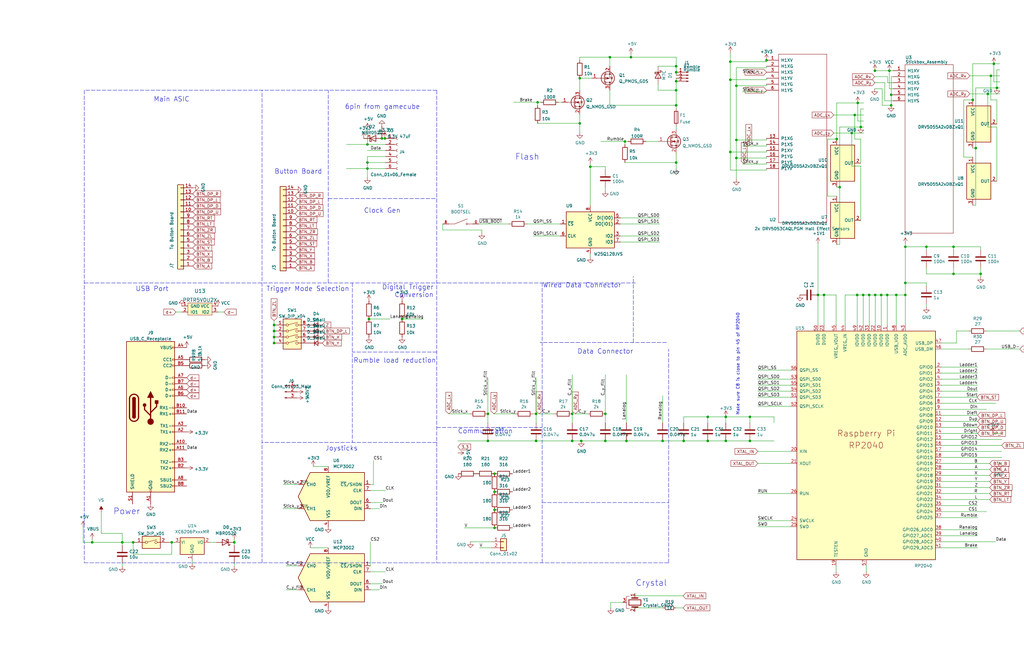
<source format=kicad_sch>
(kicad_sch (version 20211123) (generator eeschema)
  (paper "B")
  (title_block (title "Procon GCC Main PCB") (date "2019-12-18") (rev "0.1") (company "Luberry's Custom Controllers"))
  (junction (at 307.975 64.135))
  (junction (at 98.806 228.854))
  (junction (at 154.94 60.96))
  (junction (at 241.3 186.055))
  (junction (at 368.935 29.845))
  (junction (at 208.534 215.138))
  (junction (at 413.512 115.57))
  (junction (at 375.031 29.845))
  (junction (at 154.94 68.58))
  (junction (at 285.115 38.1))
  (junction (at 226.06 186.055))
  (junction (at 51.562 228.854))
  (junction (at 263.525 59.69))
  (junction (at 410.21 42.164))
  (junction (at 205.74 186.055))
  (junction (at 72.39 228.854))
  (junction (at 285.115 27.94))
  (junction (at 375.793 44.45))
  (junction (at 352.806 58.674))
  (junction (at 56.134 228.854))
  (junction (at 208.534 222.758))
  (junction (at 298.45 175.895))
  (junction (at 169.545 134.62))
  (junction (at 285.115 34.29))
  (junction (at 344.932 124.46))
  (junction (at 226.695 43.18))
  (junction (at 347.472 124.46))
  (junction (at 371.602 124.46))
  (junction (at 38.862 228.854))
  (junction (at 369.062 124.46))
  (junction (at 420.37 37.084))
  (junction (at 264.16 186.055))
  (junction (at 390.652 104.14))
  (junction (at 285.115 68.58))
  (junction (at 279.4 186.055))
  (junction (at 411.48 62.484))
  (junction (at 288.29 186.055))
  (junction (at 298.45 186.055))
  (junction (at 366.522 124.46))
  (junction (at 255.27 174.625))
  (junction (at 154.94 71.12))
  (junction (at 245.11 186.055))
  (junction (at 323.215 25.4))
  (junction (at 361.696 43.434))
  (junction (at 248.92 70.358))
  (junction (at 359.156 56.134))
  (junction (at 316.23 186.055))
  (junction (at 162.306 58.42))
  (junction (at 285.115 44.45))
  (junction (at 115.57 139.7))
  (junction (at 244.475 33.02))
  (junction (at 115.57 137.16))
  (junction (at 381.762 124.46))
  (junction (at 361.442 124.46))
  (junction (at 266.065 24.13))
  (junction (at 226.06 174.625))
  (junction (at 115.57 144.78))
  (junction (at 374.142 124.46))
  (junction (at 306.07 175.895))
  (junction (at 306.07 186.055))
  (junction (at 241.3 174.625))
  (junction (at 377.952 124.46))
  (junction (at 161.036 58.42))
  (junction (at 208.534 207.518))
  (junction (at 257.175 24.13))
  (junction (at 360.426 48.514))
  (junction (at 316.23 175.895))
  (junction (at 255.27 186.055))
  (junction (at 285.115 30.48))
  (junction (at 381.762 104.14))
  (junction (at 402.082 104.14))
  (junction (at 205.74 174.625))
  (junction (at 381.762 119.38))
  (junction (at 402.082 115.57))
  (junction (at 307.975 26.035))
  (junction (at 354.076 78.994))
  (junction (at 155.575 134.62))
  (junction (at 208.534 199.898))
  (junction (at 310.515 66.675))
  (junction (at 419.1 26.924))
  (junction (at 362.966 53.594))
  (junction (at 310.515 59.055))
  (junction (at 375.793 40.005))
  (junction (at 307.975 33.655))
  (junction (at 115.57 142.24))
  (junction (at 363.982 124.46))
  (junction (at 416.56 39.624))
  (junction (at 244.475 52.07))
  (junction (at 417.83 32.004))
  (junction (at 310.515 36.195))
  (wire (pts (xy 376.555 42.545) (xy 373.126 42.545)))
  (wire (pts (xy 356.362 124.46) (xy 361.442 124.46)))
  (wire (pts (xy 373.126 42.545) (xy 373.126 34.925)))
  (wire (pts (xy 420.37 53.594) (xy 416.56 53.594)))
  (wire (pts (xy 244.475 52.07) (xy 244.475 55.88)))
  (wire (pts (xy 214.63 94.488) (xy 201.93 94.488)))
  (wire (pts (xy 161.036 58.42) (xy 162.306 58.42)))
  (wire (pts (xy 354.076 78.994) (xy 354.076 103.124)))
  (wire (pts (xy 333.502 208.28) (xy 319.532 208.28)))
  (wire (pts (xy 257.556 254.254) (xy 257.556 256.54)))
  (wire (pts (xy 359.156 70.104) (xy 359.156 56.134)))
  (wire (pts (xy 397.002 226.06) (xy 412.242 226.06)))
  (wire (pts (xy 375.031 29.845) (xy 376.555 29.845)))
  (wire (pts (xy 362.966 53.594) (xy 364.236 53.594)))
  (wire (pts (xy 365.252 238.76) (xy 365.252 241.3)))
  (wire (pts (xy 156.21 248.92) (xy 160.02 248.92)))
  (wire (pts (xy 406.4 42.164) (xy 410.21 42.164)))
  (wire (pts (xy 403.352 139.7) (xy 403.352 144.78)))
  (wire (pts (xy 298.45 175.895) (xy 306.07 175.895)))
  (wire (pts (xy 162.56 207.01) (xy 156.21 207.01)))
  (wire (pts (xy 323.215 35.56) (xy 323.215 36.195)))
  (polyline (pts (xy 184.15 180.34) (xy 228.6 180.34)))
  (wire (pts (xy 323.215 33.02) (xy 323.215 33.655)))
  (wire (pts (xy 319.532 165.1) (xy 333.502 165.1)))
  (wire (pts (xy 397.002 203.2) (xy 417.322 203.2)))
  (wire (pts (xy 351.536 48.514) (xy 360.426 48.514)))
  (wire (pts (xy 363.982 124.46) (xy 366.522 124.46)))
  (wire (pts (xy 323.215 63.5) (xy 323.215 64.135)))
  (wire (pts (xy 368.808 37.465) (xy 371.983 37.465)))
  (wire (pts (xy 344.932 124.46) (xy 344.932 137.16)))
  (wire (pts (xy 410.21 26.924) (xy 410.21 42.164)))
  (wire (pts (xy 397.002 147.32) (xy 408.432 147.32)))
  (polyline (pts (xy 184.15 148.59) (xy 148.59 148.59)))
  (wire (pts (xy 319.532 162.56) (xy 333.502 162.56)))
  (wire (pts (xy 376.555 32.385) (xy 375.793 32.385)))
  (wire (pts (xy 375.031 37.465) (xy 375.031 29.845)))
  (wire (pts (xy 277.495 38.1) (xy 277.495 35.56)))
  (wire (pts (xy 298.45 175.895) (xy 298.45 178.435)))
  (wire (pts (xy 217.17 174.625) (xy 208.28 174.625)))
  (wire (pts (xy 377.952 137.16) (xy 377.952 124.46)))
  (wire (pts (xy 288.29 186.055) (xy 298.45 186.055)))
  (wire (pts (xy 255.27 70.358) (xy 248.92 70.358)))
  (wire (pts (xy 323.215 71.12) (xy 323.215 71.755)))
  (wire (pts (xy 397.002 223.52) (xy 412.242 223.52)))
  (polyline (pts (xy 184.15 38.1) (xy 184.15 237.49)))
  (wire (pts (xy 362.966 58.674) (xy 360.426 58.674)))
  (wire (pts (xy 333.502 156.21) (xy 319.532 156.21)))
  (wire (pts (xy 354.076 53.594) (xy 354.076 78.994)))
  (wire (pts (xy 156.21 238.76) (xy 156.21 228.6)))
  (wire (pts (xy 51.562 237.744) (xy 51.562 239.014)))
  (wire (pts (xy 360.426 48.514) (xy 364.236 48.514)))
  (wire (pts (xy 38.862 228.854) (xy 51.562 228.854)))
  (wire (pts (xy 361.696 43.434) (xy 352.806 43.434)))
  (wire (pts (xy 146.05 60.96) (xy 154.94 60.96)))
  (wire (pts (xy 417.83 42.164) (xy 417.83 32.004)))
  (wire (pts (xy 35.052 228.854) (xy 38.862 228.854)))
  (wire (pts (xy 316.23 178.435) (xy 316.23 175.895)))
  (wire (pts (xy 307.975 22.225) (xy 307.975 26.035)))
  (polyline (pts (xy 267.081 144.526) (xy 267.081 116.586)))
  (wire (pts (xy 366.522 137.16) (xy 366.522 124.46)))
  (wire (pts (xy 261.62 91.948) (xy 278.13 91.948)))
  (wire (pts (xy 261.62 99.568) (xy 278.13 99.568)))
  (wire (pts (xy 154.94 68.58) (xy 154.94 71.12)))
  (wire (pts (xy 410.21 66.294) (xy 406.4 66.294)))
  (wire (pts (xy 381.762 119.38) (xy 381.762 124.46)))
  (wire (pts (xy 397.002 154.94) (xy 412.242 154.94)))
  (wire (pts (xy 157.48 194.31) (xy 157.48 204.47)))
  (polyline (pts (xy 281.051 144.526) (xy 227.711 144.526)))
  (wire (pts (xy 125.73 238.76) (xy 120.65 238.76)))
  (wire (pts (xy 267.716 251.46) (xy 288.036 251.46)))
  (wire (pts (xy 51.562 225.044) (xy 51.562 228.854)))
  (wire (pts (xy 408.94 32.004) (xy 417.83 32.004)))
  (wire (pts (xy 363.982 137.16) (xy 363.982 124.46)))
  (wire (pts (xy 81.026 236.474) (xy 81.026 237.744)))
  (wire (pts (xy 381.762 124.46) (xy 381.762 137.16)))
  (wire (pts (xy 307.975 26.035) (xy 307.975 33.655)))
  (wire (pts (xy 202.184 231.14) (xy 207.264 231.14)))
  (wire (pts (xy 397.002 182.88) (xy 412.242 182.88)))
  (wire (pts (xy 310.515 66.675) (xy 310.515 75.565)))
  (wire (pts (xy 381.762 104.14) (xy 381.762 119.38)))
  (wire (pts (xy 310.515 28.575) (xy 323.215 28.575)))
  (wire (pts (xy 371.983 37.465) (xy 371.983 44.45)))
  (wire (pts (xy 326.39 178.435) (xy 326.39 175.895)))
  (wire (pts (xy 390.652 120.65) (xy 390.652 119.38)))
  (wire (pts (xy 205.74 178.435) (xy 205.74 174.625)))
  (wire (pts (xy 244.475 24.13) (xy 244.475 25.4)))
  (wire (pts (xy 408.94 39.624) (xy 416.56 39.624)))
  (wire (pts (xy 347.472 137.16) (xy 347.472 124.46)))
  (wire (pts (xy 146.05 71.12) (xy 154.94 71.12)))
  (wire (pts (xy 310.515 59.055) (xy 323.215 59.055)))
  (wire (pts (xy 326.39 175.895) (xy 316.23 175.895)))
  (wire (pts (xy 397.002 210.82) (xy 417.322 210.82)))
  (wire (pts (xy 397.002 170.18) (xy 419.862 170.18)))
  (wire (pts (xy 381.762 119.38) (xy 390.652 119.38)))
  (wire (pts (xy 361.696 51.054) (xy 364.236 51.054)))
  (wire (pts (xy 245.11 186.055) (xy 241.3 186.055)))
  (wire (pts (xy 397.002 200.66) (xy 417.322 200.66)))
  (wire (pts (xy 375.793 32.385) (xy 375.793 40.005)))
  (wire (pts (xy 352.806 103.124) (xy 354.076 103.124)))
  (wire (pts (xy 403.352 139.7) (xy 408.432 139.7)))
  (wire (pts (xy 267.716 256.54) (xy 267.716 258.064)))
  (wire (pts (xy 248.92 69.088) (xy 248.92 70.358)))
  (wire (pts (xy 226.06 159.385) (xy 226.06 174.625)))
  (wire (pts (xy 98.806 228.854) (xy 98.806 230.124)))
  (wire (pts (xy 397.002 175.26) (xy 412.242 175.26)))
  (wire (pts (xy 390.652 128.27) (xy 390.652 129.54)))
  (wire (pts (xy 411.48 62.484) (xy 411.48 86.614)))
  (wire (pts (xy 91.948 131.699) (xy 94.488 131.699)))
  (wire (pts (xy 307.975 71.755) (xy 307.975 64.135)))
  (wire (pts (xy 397.002 167.64) (xy 412.242 167.64)))
  (wire (pts (xy 397.002 162.56) (xy 412.242 162.56)))
  (wire (pts (xy 257.175 27.94) (xy 257.175 24.13)))
  (wire (pts (xy 410.21 86.614) (xy 411.48 86.614)))
  (wire (pts (xy 154.94 60.96) (xy 154.94 54.61)))
  (polyline (pts (xy 184.15 38.1) (xy 35.56 38.1)))
  (wire (pts (xy 227.33 174.625) (xy 233.68 174.625)))
  (wire (pts (xy 307.975 64.135) (xy 323.215 64.135)))
  (wire (pts (xy 279.4 178.435) (xy 279.4 167.005)))
  (wire (pts (xy 397.002 172.72) (xy 416.052 172.72)))
  (wire (pts (xy 310.515 66.675) (xy 323.215 66.675)))
  (polyline (pts (xy 110.49 237.49) (xy 110.49 38.1)))
  (wire (pts (xy 402.082 115.57) (xy 390.652 115.57)))
  (wire (pts (xy 284.861 256.54) (xy 288.036 256.54)))
  (wire (pts (xy 397.002 193.04) (xy 422.402 193.04)))
  (wire (pts (xy 119.38 214.63) (xy 125.73 214.63)))
  (wire (pts (xy 390.652 113.03) (xy 390.652 115.57)))
  (wire (pts (xy 261.62 94.488) (xy 278.13 94.488)))
  (wire (pts (xy 224.79 99.568) (xy 236.22 99.568)))
  (wire (pts (xy 354.076 78.994) (xy 352.806 78.994)))
  (wire (pts (xy 56.134 228.854) (xy 58.166 228.854)))
  (wire (pts (xy 132.08 196.85) (xy 138.43 196.85)))
  (wire (pts (xy 38.862 227.584) (xy 38.862 228.854)))
  (wire (pts (xy 374.269 34.925) (xy 376.555 34.925)))
  (wire (pts (xy 257.175 24.13) (xy 266.065 24.13)))
  (wire (pts (xy 333.502 171.45) (xy 319.532 171.45)))
  (wire (pts (xy 319.532 190.5) (xy 333.502 190.5)))
  (wire (pts (xy 319.532 160.02) (xy 333.502 160.02)))
  (wire (pts (xy 323.215 33.655) (xy 307.975 33.655)))
  (wire (pts (xy 35.052 222.504) (xy 35.052 228.854)))
  (wire (pts (xy 285.115 27.94) (xy 285.115 24.13)))
  (wire (pts (xy 226.06 174.625) (xy 224.79 174.625)))
  (wire (pts (xy 307.975 33.655) (xy 307.975 64.135)))
  (wire (pts (xy 257.175 38.1) (xy 257.175 44.45)))
  (wire (pts (xy 371.602 137.16) (xy 371.602 124.46)))
  (wire (pts (xy 285.115 33.02) (xy 285.115 34.29)))
  (wire (pts (xy 323.215 26.035) (xy 307.975 26.035)))
  (wire (pts (xy 397.002 228.6) (xy 419.862 228.6)))
  (wire (pts (xy 397.002 213.36) (xy 412.242 213.36)))
  (wire (pts (xy 216.535 43.18) (xy 226.695 43.18)))
  (wire (pts (xy 115.57 144.78) (xy 116.205 144.78)))
  (wire (pts (xy 242.57 174.625) (xy 247.65 174.625)))
  (wire (pts (xy 397.002 198.12) (xy 417.322 198.12)))
  (wire (pts (xy 306.07 186.055) (xy 316.23 186.055)))
  (wire (pts (xy 352.806 43.434) (xy 352.806 58.674)))
  (wire (pts (xy 397.002 157.48) (xy 412.242 157.48)))
  (wire (pts (xy 56.134 228.854) (xy 56.134 233.934)))
  (wire (pts (xy 371.602 124.46) (xy 374.142 124.46)))
  (wire (pts (xy 162.56 71.12) (xy 154.94 71.12)))
  (polyline (pts (xy 148.59 119.38) (xy 148.59 186.69)))
  (wire (pts (xy 421.64 26.924) (xy 419.1 26.924)))
  (wire (pts (xy 422.402 195.58) (xy 421.132 195.58)))
  (wire (pts (xy 285.115 27.94) (xy 285.115 30.48)))
  (wire (pts (xy 285.115 44.45) (xy 285.115 45.72)))
  (wire (pts (xy 368.808 32.385) (xy 374.269 32.385)))
  (wire (pts (xy 413.512 113.03) (xy 413.512 115.57)))
  (wire (pts (xy 397.002 160.02) (xy 412.242 160.02)))
  (wire (pts (xy 333.502 222.25) (xy 319.532 222.25)))
  (wire (pts (xy 285.115 34.29) (xy 285.115 38.1)))
  (wire (pts (xy 323.215 58.42) (xy 323.215 59.055)))
  (wire (pts (xy 257.175 24.13) (xy 244.475 24.13)))
  (wire (pts (xy 402.082 104.14) (xy 413.512 104.14)))
  (wire (pts (xy 277.495 27.94) (xy 285.115 27.94)))
  (wire (pts (xy 397.002 144.78) (xy 403.352 144.78)))
  (wire (pts (xy 72.39 233.934) (xy 72.39 228.854)))
  (wire (pts (xy 368.808 29.845) (xy 368.935 29.845)))
  (wire (pts (xy 390.652 105.41) (xy 390.652 104.14)))
  (wire (pts (xy 323.215 27.94) (xy 323.215 28.575)))
  (wire (pts (xy 416.052 147.32) (xy 430.022 147.32)))
  (wire (pts (xy 154.94 66.04) (xy 154.94 68.58)))
  (wire (pts (xy 262.636 254.254) (xy 257.556 254.254)))
  (wire (pts (xy 416.56 53.594) (xy 416.56 39.624)))
  (wire (pts (xy 369.062 137.16) (xy 369.062 124.46)))
  (wire (pts (xy 361.442 137.16) (xy 361.442 124.46)))
  (wire (pts (xy 115.57 142.24) (xy 115.57 144.78)))
  (wire (pts (xy 235.585 43.18) (xy 236.855 43.18)))
  (wire (pts (xy 323.215 25.4) (xy 323.215 26.035)))
  (wire (pts (xy 381.762 102.87) (xy 381.762 104.14)))
  (wire (pts (xy 416.052 139.7) (xy 430.022 139.7)))
  (wire (pts (xy 205.74 186.055) (xy 226.06 186.055)))
  (wire (pts (xy 420.37 29.464) (xy 420.37 37.084)))
  (wire (pts (xy 241.3 174.625) (xy 241.3 178.435)))
  (wire (pts (xy 352.552 137.16) (xy 352.552 124.46)))
  (wire (pts (xy 397.002 231.14) (xy 412.242 231.14)))
  (wire (pts (xy 420.37 76.454) (xy 420.37 53.594)))
  (wire (pts (xy 222.25 94.488) (xy 236.22 94.488)))
  (wire (pts (xy 156.21 241.3) (xy 162.56 241.3)))
  (wire (pts (xy 226.695 43.18) (xy 227.965 43.18)))
  (polyline (pts (xy 281.94 237.49) (xy 281.94 147.32)))
  (wire (pts (xy 160.02 214.63) (xy 156.21 214.63)))
  (wire (pts (xy 162.56 66.04) (xy 154.94 66.04)))
  (wire (pts (xy 360.426 58.674) (xy 360.426 48.514)))
  (wire (pts (xy 397.002 187.96) (xy 422.402 187.96)))
  (polyline (pts (xy 138.43 83.82) (xy 184.15 83.82)))
  (wire (pts (xy 362.966 68.834) (xy 362.966 58.674)))
  (wire (pts (xy 285.115 68.58) (xy 285.115 71.12)))
  (wire (pts (xy 323.215 60.96) (xy 323.215 61.595)))
  (polyline (pts (xy 35.56 38.1) (xy 35.56 237.49)))
  (wire (pts (xy 98.806 227.584) (xy 98.806 228.854)))
  (wire (pts (xy 374.142 124.46) (xy 374.142 137.16)))
  (wire (pts (xy 42.672 225.044) (xy 51.562 225.044)))
  (wire (pts (xy 397.002 180.34) (xy 412.242 180.34)))
  (wire (pts (xy 344.932 102.87) (xy 344.932 124.46)))
  (wire (pts (xy 313.055 61.595) (xy 323.215 61.595)))
  (wire (pts (xy 285.115 30.48) (xy 285.115 31.75)))
  (wire (pts (xy 313.055 69.215) (xy 323.215 69.215)))
  (wire (pts (xy 267.716 256.54) (xy 279.781 256.54)))
  (wire (pts (xy 397.002 208.28) (xy 417.322 208.28)))
  (wire (pts (xy 362.966 70.104) (xy 359.156 70.104)))
  (wire (pts (xy 313.055 38.735) (xy 323.215 38.735)))
  (polyline (pts (xy 228.6 237.49) (xy 228.6 119.38)))
  (wire (pts (xy 411.48 62.484) (xy 410.21 62.484)))
  (wire (pts (xy 419.1 26.924) (xy 410.21 26.924)))
  (wire (pts (xy 402.082 113.03) (xy 402.082 115.57)))
  (wire (pts (xy 115.57 139.7) (xy 115.57 142.24)))
  (wire (pts (xy 244.475 33.02) (xy 249.555 33.02)))
  (wire (pts (xy 264.16 158.115) (xy 264.16 178.435)))
  (wire (pts (xy 244.475 48.26) (xy 244.475 52.07)))
  (wire (pts (xy 348.996 58.674) (xy 352.806 58.674)))
  (wire (pts (xy 402.082 105.41) (xy 402.082 104.14)))
  (wire (pts (xy 351.536 56.134) (xy 359.156 56.134)))
  (wire (pts (xy 226.06 174.625) (xy 226.06 178.435)))
  (wire (pts (xy 419.1 34.544) (xy 421.64 34.544)))
  (wire (pts (xy 420.37 37.084) (xy 411.48 37.084)))
  (wire (pts (xy 376.555 37.465) (xy 375.031 37.465)))
  (wire (pts (xy 285.115 38.1) (xy 277.495 38.1)))
  (wire (pts (xy 310.515 36.195) (xy 323.215 36.195)))
  (wire (pts (xy 288.29 175.895) (xy 298.45 175.895)))
  (wire (pts (xy 285.115 53.34) (xy 285.115 54.61)))
  (wire (pts (xy 348.996 82.804) (xy 348.996 58.674)))
  (wire (pts (xy 397.002 218.44) (xy 412.242 218.44)))
  (wire (pts (xy 285.115 64.77) (xy 285.115 68.58)))
  (wire (pts (xy 189.23 174.625) (xy 198.12 174.625)))
  (wire (pts (xy 381.762 104.14) (xy 390.652 104.14)))
  (wire (pts (xy 390.652 104.14) (xy 402.082 104.14)))
  (wire (pts (xy 352.552 124.46) (xy 347.472 124.46)))
  (wire (pts (xy 364.236 43.434) (xy 361.696 43.434)))
  (wire (pts (xy 263.525 59.69) (xy 263.525 60.96)))
  (wire (pts (xy 248.92 107.188) (xy 248.92 108.458)))
  (wire (pts (xy 226.695 52.07) (xy 244.475 52.07)))
  (wire (pts (xy 205.74 159.385) (xy 205.74 174.625)))
  (wire (pts (xy 420.37 52.324) (xy 420.37 42.164)))
  (wire (pts (xy 42.672 216.154) (xy 42.672 225.044)))
  (wire (pts (xy 419.1 26.924) (xy 419.1 34.544)))
  (wire (pts (xy 56.134 233.934) (xy 72.39 233.934)))
  (wire (pts (xy 347.472 124.46) (xy 344.932 124.46)))
  (wire (pts (xy 413.512 115.57) (xy 413.512 116.84)))
  (wire (pts (xy 263.525 59.69) (xy 264.795 59.69)))
  (wire (pts (xy 120.65 248.92) (xy 125.73 248.92)))
  (wire (pts (xy 255.27 158.115) (xy 255.27 174.625)))
  (wire (pts (xy 306.07 175.895) (xy 306.07 178.435)))
  (wire (pts (xy 288.29 178.435) (xy 288.29 175.895)))
  (wire (pts (xy 352.806 82.804) (xy 348.996 82.804)))
  (wire (pts (xy 226.06 186.055) (xy 241.3 186.055)))
  (wire (pts (xy 169.545 134.62) (xy 178.435 134.62)))
  (wire (pts (xy 193.04 186.055) (xy 205.74 186.055)))
  (wire (pts (xy 161.29 212.09) (xy 156.21 212.09)))
  (wire (pts (xy 241.3 158.115) (xy 241.3 174.625)))
  (wire (pts (xy 416.56 39.624) (xy 421.64 39.624)))
  (wire (pts (xy 397.002 165.1) (xy 412.242 165.1)))
  (wire (pts (xy 285.115 38.1) (xy 285.115 44.45)))
  (wire (pts (xy 115.57 137.16) (xy 115.57 139.7)))
  (wire (pts (xy 369.062 124.46) (xy 371.602 124.46)))
  (wire (pts (xy 411.48 37.084) (xy 411.48 62.484)))
  (wire (pts (xy 266.065 22.86) (xy 266.065 24.13)))
  (wire (pts (xy 155.575 134.62) (xy 164.465 134.62)))
  (wire (pts (xy 154.94 71.12) (xy 154.94 74.93)))
  (wire (pts (xy 362.966 92.964) (xy 362.966 70.104)))
  (wire (pts (xy 263.525 68.58) (xy 285.115 68.58)))
  (wire (pts (xy 413.512 105.41) (xy 413.512 104.14)))
  (wire (pts (xy 255.27 71.628) (xy 255.27 70.358)))
  (wire (pts (xy 362.966 53.594) (xy 354.076 53.594)))
  (wire (pts (xy 51.562 228.854) (xy 56.134 228.854)))
  (wire (pts (xy 272.415 59.69) (xy 277.495 59.69)))
  (polyline (pts (xy 184.15 186.69) (xy 110.49 186.69)))
  (wire (pts (xy 51.562 230.124) (xy 51.562 228.854)))
  (wire (pts (xy 333.502 219.71) (xy 319.532 219.71)))
  (wire (pts (xy 115.57 135.255) (xy 115.57 137.16)))
  (wire (pts (xy 361.696 43.434) (xy 361.696 51.054)))
  (wire (pts (xy 310.515 66.675) (xy 310.515 59.055)))
  (wire (pts (xy 373.126 34.925) (xy 368.808 34.925)))
  (wire (pts (xy 203.2 97.028) (xy 203.2 98.298)))
  (wire (pts (xy 316.23 175.895) (xy 306.07 175.895)))
  (wire (pts (xy 98.806 237.744) (xy 98.806 239.014)))
  (wire (pts (xy 422.402 182.88) (xy 418.592 182.88)))
  (wire (pts (xy 356.362 137.16) (xy 356.362 124.46)))
  (wire (pts (xy 397.002 190.5) (xy 422.402 190.5)))
  (wire (pts (xy 420.37 42.164) (xy 417.83 42.164)))
  (wire (pts (xy 261.62 102.108) (xy 278.13 102.108)))
  (wire (pts (xy 162.56 63.5) (xy 154.94 63.5)))
  (wire (pts (xy 71.374 228.854) (xy 72.39 228.854)))
  (wire (pts (xy 402.082 115.57) (xy 413.512 115.57)))
  (wire (pts (xy 72.39 228.854) (xy 73.406 228.854)))
  (wire (pts (xy 285.115 44.45) (xy 257.175 44.45)))
  (wire (pts (xy 279.4 186.055) (xy 288.29 186.055)))
  (wire (pts (xy 195.834 222.758) (xy 208.534 222.758)))
  (wire (pts (xy 162.56 60.96) (xy 154.94 60.96)))
  (wire (pts (xy 186.69 97.028) (xy 203.2 97.028)))
  (wire (pts (xy 375.793 40.005) (xy 376.555 40.005)))
  (wire (pts (xy 371.983 44.45) (xy 375.793 44.45)))
  (wire (pts (xy 130.81 231.14) (xy 138.43 231.14)))
  (wire (pts (xy 417.83 32.004) (xy 421.64 32.004)))
  (wire (pts (xy 421.64 29.464) (xy 420.37 29.464)))
  (wire (pts (xy 285.115 24.13) (xy 266.065 24.13)))
  (wire (pts (xy 255.27 79.248) (xy 255.27 80.518)))
  (wire (pts (xy 397.002 195.58) (xy 417.322 195.58)))
  (wire (pts (xy 255.27 174.625) (xy 255.27 178.435)))
  (wire (pts (xy 359.156 56.134) (xy 364.236 56.134)))
  (wire (pts (xy 162.56 68.58) (xy 154.94 68.58)))
  (wire (pts (xy 156.21 246.38) (xy 161.29 246.38)))
  (wire (pts (xy 244.475 33.02) (xy 244.475 38.1)))
  (polyline (pts (xy 138.43 119.38) (xy 138.43 38.1)))
  (wire (pts (xy 253.365 59.69) (xy 263.525 59.69)))
  (wire (pts (xy 352.552 238.76) (xy 352.552 241.3)))
  (wire (pts (xy 316.23 186.055) (xy 326.39 186.055)))
  (wire (pts (xy 375.793 40.005) (xy 375.793 44.45)))
  (wire (pts (xy 323.215 68.58) (xy 323.215 69.215)))
  (wire (pts (xy 397.002 185.42) (xy 422.402 185.42)))
  (wire (pts (xy 364.236 45.974) (xy 362.966 45.974)))
  (wire (pts (xy 255.27 186.055) (xy 264.16 186.055)))
  (wire (pts (xy 406.4 66.294) (xy 406.4 42.164)))
  (wire (pts (xy 162.306 58.42) (xy 162.56 58.42)))
  (polyline (pts (xy 35.56 119.38) (xy 267.97 119.38)))
  (wire (pts (xy 91.186 228.854) (xy 88.646 228.854)))
  (polyline (pts (xy 228.6 212.09) (xy 281.94 212.09)))
  (polyline (pts (xy 35.56 237.49) (xy 281.94 237.49)))
  (wire (pts (xy 397.002 177.8) (xy 412.242 177.8)))
  (wire (pts (xy 74.168 131.699) (xy 76.708 131.699)))
  (wire (pts (xy 333.502 195.58) (xy 319.532 195.58)))
  (wire (pts (xy 307.975 71.755) (xy 323.215 71.755)))
  (wire (pts (xy 306.07 186.055) (xy 298.45 186.055)))
  (wire (pts (xy 319.532 167.64) (xy 333.502 167.64)))
  (wire (pts (xy 267.716 250.444) (xy 267.716 251.46)))
  (wire (pts (xy 361.442 124.46) (xy 363.982 124.46)))
  (wire (pts (xy 198.374 228.6) (xy 207.264 228.6)))
  (wire (pts (xy 368.935 29.845) (xy 375.031 29.845)))
  (wire (pts (xy 362.966 45.974) (xy 362.966 53.594)))
  (wire (pts (xy 397.002 205.74) (xy 417.322 205.74)))
  (wire (pts (xy 310.515 36.195) (xy 310.515 28.575)))
  (wire (pts (xy 377.952 124.46) (xy 381.762 124.46)))
  (wire (pts (xy 226.695 43.18) (xy 226.695 44.45)))
  (wire (pts (xy 264.16 186.055) (xy 279.4 186.055)))
  (wire (pts (xy 186.69 94.488) (xy 186.69 97.028)))
  (wire (pts (xy 119.38 204.47) (xy 125.73 204.47)))
  (wire (pts (xy 374.269 32.385) (xy 374.269 34.925)))
  (wire (pts (xy 248.92 70.358) (xy 248.92 86.868)))
  (wire (pts (xy 420.37 37.084) (xy 421.64 37.084)))
  (wire (pts (xy 397.002 215.9) (xy 416.052 215.9)))
  (wire (pts (xy 323.215 66.04) (xy 323.215 66.675)))
  (wire (pts (xy 374.142 124.46) (xy 377.952 124.46)))
  (wire (pts (xy 310.515 36.195) (xy 310.515 59.055)))
  (wire (pts (xy 245.11 186.055) (xy 255.27 186.055)))
  (wire (pts (xy 156.21 204.47) (xy 157.48 204.47)))
  (wire (pts (xy 366.522 124.46) (xy 369.062 124.46)))
  (text "Flash" (at 217.17 67.818 0) (effects (font (size 2.54 2.54)) (justify left bottom)))
  (text "Digital Trigger\nConversion" (at 182.88 125.73 180) (effects (font (size 2.0066 2.0066)) (justify right bottom)))
  (text "Wired Data Connector" (at 262.001 121.666 180) (effects (font (size 2.0066 2.0066)) (justify right bottom)))
  (text "Rumble load reduction" (at 183.896 153.416 180) (effects (font (size 2.0066 2.0066)) (justify right bottom)))
  (text "Crystal" (at 267.97 247.65 0) (effects (font (size 2.54 2.54)) (justify left bottom)))
  (text "Button Board" (at 135.89 73.66 180) (effects (font (size 2.0066 2.0066)) (justify right bottom)))
  (text "Main ASIC" (at 64.77 43.18 0) (effects (font (size 2.0066 2.0066)) (justify left bottom)))
  (text "Joysticks" (at 137.16 190.5 0) (effects (font (size 2.0066 2.0066)) (justify left bottom)))
  (text "Clock Gen" (at 168.91 90.17 180) (effects (font (size 2.0066 2.0066)) (justify right bottom)))
  (text "Communication" (at 216.281 183.261 180) (effects (font (size 2.0066 2.0066)) (justify right bottom)))
  (text "Data Connector" (at 267.081 149.606 180) (effects (font (size 2.0066 2.0066)) (justify right bottom)))
  (text "Power" (at 47.752 217.424 0) (effects (font (size 2.54 2.54)) (justify left bottom)))
  (text "Trigger Mode Selection" (at 147.32 123.19 180) (effects (font (size 2.0066 2.0066)) (justify right bottom)))
  (text "Make sure C8 is close to pin 45 of RP2040" (at 311.912 175.26 90) (effects (font (size 1.27 1.27)) (justify left bottom)))
  (text "USB Port" (at 57.15 123.19 0) (effects (font (size 2.0066 2.0066)) (justify left bottom)))
  (text "6pin from gamecube" (at 177.165 46.355 180) (effects (font (size 2.0066 2.0066)) (justify right bottom)))
  (label "C_x_filt" (at 120.65 238.76 0))
  (label "C_y_filt" (at 255.27 167.005 90))
  (label "Stick_x" (at 313.055 31.115 0))
  (label "Data" (at 78.74 174.625 0))
  (label "Dright" (at 412.242 182.88 180))
  (label "C_y" (at 243.84 174.625 0))
  (label "X" (at 412.242 200.66 180))
  (label "Stick_y" (at 210.82 174.625 0))
  (label "QSPI_SD1" (at 278.13 94.488 180))
  (label "CLK" (at 162.56 241.3 0))
  (label "QSPI_SD1" (at 319.532 162.56 0))
  (label "Ladder4" (at 412.242 162.56 180))
  (label "SWD" (at 319.532 222.25 0))
  (label "Stick_x_filt" (at 119.38 204.47 0))
  (label "Ladder4" (at 216.154 222.758 0))
  (label "Stick_y" (at 313.055 69.215 0))
  (label "QSPI_SD0" (at 319.532 160.02 0))
  (label "Stick_y_filt" (at 119.38 214.63 0))
  (label "B" (at 412.242 195.58 180))
  (label "CS2" (at 412.242 213.36 180))
  (label "GPIO13" (at 412.242 187.96 180))
  (label "Brake" (at 219.075 43.18 0))
  (label "Lanalog" (at 264.16 177.165 90))
  (label "Stick_x" (at 313.055 61.595 0))
  (label "QSPI_SD3" (at 319.532 167.64 0))
  (label "QSPI_SCLK" (at 224.79 99.568 0))
  (label "USB_D-" (at 430.022 147.32 180))
  (label "A" (at 412.242 198.12 180))
  (label "QSPI_SCLK" (at 319.532 171.45 0))
  (label "Ladder1" (at 216.154 199.898 0))
  (label "Ladder3" (at 412.242 160.02 180))
  (label "Rumble" (at 412.242 218.44 180))
  (label "Ranalog" (at 412.242 223.52 180))
  (label "Dout" (at 161.29 246.38 0))
  (label "CS1" (at 412.242 215.9 180))
  (label "Stick_x" (at 190.5 174.625 0))
  (label "Data" (at 156.21 63.5 0))
  (label "Dup" (at 412.242 177.8 180))
  (label "Dleft" (at 412.242 175.26 180))
  (label "R" (at 412.242 208.28 180))
  (label "Stick_y" (at 313.055 38.735 0))
  (label "Dout" (at 161.29 212.09 0))
  (label "RUN" (at 319.532 208.28 0))
  (label "QSPI_SD0" (at 278.13 91.948 180))
  (label "Ladder1" (at 412.242 154.94 180))
  (label "Z" (at 410.972 205.74 0))
  (label "Ddown" (at 412.242 180.34 180))
  (label "Rumble" (at 255.905 59.69 0))
  (label "~{USB_BOOT}" (at 201.93 94.488 0))
  (label "Din" (at 160.02 214.63 0))
  (label "GPIO15" (at 412.242 193.04 180))
  (label "Lanalog" (at 412.242 226.06 180))
  (label "CLK" (at 412.242 170.18 180))
  (label "Ladder3" (at 216.154 215.138 0))
  (label "Ranalog" (at 279.4 177.165 90))
  (label "Ladder2" (at 216.154 207.518 0))
  (label "C_x_filt" (at 241.3 167.005 90))
  (label "SWCLK" (at 319.532 219.71 0))
  (label "QSPI_SS" (at 224.79 94.488 0))
  (label "V" (at 202.184 231.14 0))
  (label "QSPI_SS" (at 319.532 156.21 0))
  (label "C_y_filt" (at 120.65 248.92 0))
  (label "GPIO12" (at 412.242 185.42 180))
  (label "CLK" (at 162.56 207.01 0))
  (label "Din" (at 412.242 172.72 180))
  (label "Din" (at 160.02 248.92 0))
  (label "Data" (at 419.862 228.6 0))
  (label "QSPI_SD2" (at 319.532 165.1 0))
  (label "Stick_y_filt" (at 226.06 167.005 90))
  (label "Y" (at 412.242 203.2 180))
  (label "QSPI_SD3" (at 278.13 102.108 180))
  (label "Brake" (at 412.242 231.14 180))
  (label "Ranalog" (at 170.815 134.62 0))
  (label "C_x" (at 228.6 174.625 0))
  (label "L" (at 410.972 210.82 0))
  (label "Ladder2" (at 412.242 157.48 180))
  (label "Stick_x_filt" (at 205.74 167.005 90))
  (label "CS2" (at 156.21 228.6 0))
  (label "QSPI_SD2" (at 278.13 99.568 180))
  (label "Dout" (at 412.242 165.1 180))
  (label "Lanalog" (at 164.465 134.62 0))
  (label "V" (at 195.834 222.758 0))
  (label "GPIO14" (at 412.242 190.5 180))
  (label "Data" (at 78.74 189.865 0))
  (label "CS1" (at 157.48 194.31 0))
  (label "Start" (at 412.242 167.64 180))
  (global_label "BTN_ZR" (shape input) (at 417.322 205.74 0) (property "Intersheet References" "${INTERSHEET_REFS}" (effects hide)))
  (global_label "XTAL_IN" (shape input) (at 319.532 190.5 180) (property "Intersheet References" "${INTERSHEET_REFS}" (effects hide)))
  (global_label "BTN_DP_L" (shape input) (at 124.46 85.09 0) (property "Intersheet References" "${INTERSHEET_REFS}" (effects hide)))
  (global_label "ADC_Lx" (shape input) (at 315.722 61.595 90) (property "Intersheet References" "${INTERSHEET_REFS}" (effects hide)))
  (global_label "BTN_RT" (shape input) (at 81.28 91.948 0) (property "Intersheet References" "${INTERSHEET_REFS}" (effects hide)))
  (global_label "BTN_X" (shape input) (at 81.28 107.188 0) (property "Intersheet References" "${INTERSHEET_REFS}" (effects hide)))
  (global_label "BTN_RT" (shape input) (at 124.46 92.71 0) (property "Intersheet References" "${INTERSHEET_REFS}" (effects hide)))
  (global_label "BTN_ZR" (shape input) (at 124.46 97.79 0) (property "Intersheet References" "${INTERSHEET_REFS}" (effects hide)))
  (global_label "ADC_Ry" (shape input) (at 408.94 39.624 180) (property "Intersheet References" "${INTERSHEET_REFS}" (effects hide)))
  (global_label "d-" (shape input) (at 78.74 159.385 0) (property "Intersheet References" "${INTERSHEET_REFS}" (effects hide)))
  (global_label "d+" (shape input) (at 74.168 131.699 180) (property "Intersheet References" "${INTERSHEET_REFS}" (effects hide)))
  (global_label "ADC_Ly" (shape input) (at 208.28 174.625 90) (property "Intersheet References" "${INTERSHEET_REFS}" (effects hide)))
  (global_label "BTN_ZR" (shape input) (at 81.28 97.028 0) (property "Intersheet References" "${INTERSHEET_REFS}" (effects hide)))
  (global_label "3.3" (shape input) (at 193.04 188.595 0) (property "Intersheet References" "${INTERSHEET_REFS}" (effects hide)))
  (global_label "ADC_Ly" (shape input) (at 313.817 69.215 90) (property "Intersheet References" "${INTERSHEET_REFS}" (effects hide)))
  (global_label "BTN_LT" (shape input) (at 81.28 94.488 0) (property "Intersheet References" "${INTERSHEET_REFS}" (effects hide)))
  (global_label "BTN_DP_D" (shape input) (at 124.46 87.63 0) (property "Intersheet References" "${INTERSHEET_REFS}" (effects hide)))
  (global_label "BTN_A" (shape input) (at 124.46 113.03 0) (property "Intersheet References" "${INTERSHEET_REFS}" (effects hide)))
  (global_label "ADC_Lx" (shape input) (at 323.215 30.48 180) (property "Intersheet References" "${INTERSHEET_REFS}" (effects hide)))
  (global_label "BTN_ZL" (shape input) (at 422.402 187.96 0) (property "Intersheet References" "${INTERSHEET_REFS}" (effects hide)))
  (global_label "d+" (shape input) (at 430.022 139.7 0) (property "Intersheet References" "${INTERSHEET_REFS}" (effects hide)))
  (global_label "BTN_B" (shape input) (at 417.322 195.58 0) (property "Intersheet References" "${INTERSHEET_REFS}" (effects hide)))
  (global_label "BTN_Y" (shape input) (at 135.89 144.78 0) (property "Intersheet References" "${INTERSHEET_REFS}" (effects hide)))
  (global_label "ADC_Ry" (shape input) (at 368.935 34.925 180) (property "Intersheet References" "${INTERSHEET_REFS}" (effects hide)))
  (global_label "BTN_X" (shape input) (at 417.322 200.66 0) (property "Intersheet References" "${INTERSHEET_REFS}" (effects hide)))
  (global_label "XTAL_OUT" (shape input) (at 288.036 256.54 0) (property "Intersheet References" "${INTERSHEET_REFS}" (effects hide)))
  (global_label "BTN_ST" (shape input) (at 81.28 102.108 0) (property "Intersheet References" "${INTERSHEET_REFS}" (effects hide)))
  (global_label "ADC_Ry" (shape input) (at 242.57 174.625 90) (property "Intersheet References" "${INTERSHEET_REFS}" (effects hide)))
  (global_label "BTN_DP_L" (shape input) (at 135.89 139.7 0) (property "Intersheet References" "${INTERSHEET_REFS}" (effects hide)))
  (global_label "BTN_ST" (shape input) (at 411.988 167.64 0) (property "Intersheet References" "${INTERSHEET_REFS}" (effects hide)))
  (global_label "d+" (shape input) (at 78.74 167.005 0) (property "Intersheet References" "${INTERSHEET_REFS}" (effects hide)))
  (global_label "BTN_ZL" (shape input) (at 124.46 100.33 0) (property "Intersheet References" "${INTERSHEET_REFS}" (effects hide)))
  (global_label "BTN_DP_L" (shape input) (at 412.242 175.26 0) (property "Intersheet References" "${INTERSHEET_REFS}" (effects hide)))
  (global_label "BTN_B" (shape input) (at 124.46 110.49 0) (property "Intersheet References" "${INTERSHEET_REFS}" (effects hide)))
  (global_label "BTN_ZL" (shape input) (at 81.28 99.568 0) (property "Intersheet References" "${INTERSHEET_REFS}" (effects hide)))
  (global_label "BTN_A" (shape input) (at 81.28 112.268 0) (property "Intersheet References" "${INTERSHEET_REFS}" (effects hide)))
  (global_label "BTN_X" (shape input) (at 135.89 142.24 0) (property "Intersheet References" "${INTERSHEET_REFS}" (effects hide)))
  (global_label "BTN_DP_D" (shape input) (at 412.242 180.34 0) (property "Intersheet References" "${INTERSHEET_REFS}" (effects hide)))
  (global_label "ADC_Rx" (shape input) (at 227.33 174.625 90) (property "Intersheet References" "${INTERSHEET_REFS}" (effects hide)))
  (global_label "BTN_LT" (shape input) (at 417.322 210.82 0) (property "Intersheet References" "${INTERSHEET_REFS}" (effects hide)))
  (global_label "BTN_DP_U" (shape input) (at 124.46 90.17 0) (property "Intersheet References" "${INTERSHEET_REFS}" (effects hide)))
  (global_label "d-" (shape input) (at 94.488 131.699 0) (property "Intersheet References" "${INTERSHEET_REFS}" (effects hide)))
  (global_label "BTN_Y" (shape input) (at 81.28 104.648 0) (property "Intersheet References" "${INTERSHEET_REFS}" (effects hide)))
  (global_label "BTN_RT" (shape input) (at 417.322 208.28 0) (property "Intersheet References" "${INTERSHEET_REFS}" (effects hide)))
  (global_label "BTN_X" (shape input) (at 124.46 107.95 0) (property "Intersheet References" "${INTERSHEET_REFS}" (effects hide)))
  (global_label "BTN_Y" (shape input) (at 124.46 105.41 0) (property "Intersheet References" "${INTERSHEET_REFS}" (effects hide)))
  (global_label "BTN_ZL" (shape input) (at 115.57 135.255 90) (property "Intersheet References" "${INTERSHEET_REFS}" (effects hide)))
  (global_label "BTN_DP_D" (shape input) (at 81.28 86.868 0) (property "Intersheet References" "${INTERSHEET_REFS}" (effects hide)))
  (global_label "ADC_Ly" (shape input) (at 323.215 38.1 180) (property "Intersheet References" "${INTERSHEET_REFS}" (effects hide)))
  (global_label "XTAL_OUT" (shape input) (at 319.532 195.58 180) (property "Intersheet References" "${INTERSHEET_REFS}" (effects hide)))
  (global_label "ADC_Rx" (shape input) (at 408.94 32.004 180) (property "Intersheet References" "${INTERSHEET_REFS}" (effects hide)))
  (global_label "BTN_DP_U" (shape input) (at 81.28 89.408 0) (property "Intersheet References" "${INTERSHEET_REFS}" (effects hide)))
  (global_label "BTN_Y" (shape input) (at 417.322 203.2 0) (property "Intersheet References" "${INTERSHEET_REFS}" (effects hide)))
  (global_label "BTN_DP_U" (shape input) (at 412.242 177.8 0) (property "Intersheet References" "${INTERSHEET_REFS}" (effects hide)))
  (global_label "ADC_Ly" (shape input) (at 351.536 56.134 180) (property "Intersheet References" "${INTERSHEET_REFS}" (effects hide)))
  (global_label "BTN_DP_R" (shape input) (at 81.28 81.788 0) (property "Intersheet References" "${INTERSHEET_REFS}" (effects hide)))
  (global_label "ADC_Lx" (shape input) (at 351.536 48.514 180) (property "Intersheet References" "${INTERSHEET_REFS}" (effects hide)))
  (global_label "BTN_ST" (shape input) (at 124.46 102.87 0) (property "Intersheet References" "${INTERSHEET_REFS}" (effects hide)))
  (global_label "d-" (shape input) (at 430.022 147.32 0) (property "Intersheet References" "${INTERSHEET_REFS}" (effects hide)))
  (global_label "d+" (shape input) (at 78.74 164.465 0) (property "Intersheet References" "${INTERSHEET_REFS}" (effects hide)))
  (global_label "BTN_B" (shape input) (at 81.28 109.728 0) (property "Intersheet References" "${INTERSHEET_REFS}" (effects hide)))
  (global_label "BTN_A" (shape input) (at 417.322 198.12 0) (property "Intersheet References" "${INTERSHEET_REFS}" (effects hide)))
  (global_label "BTN_DP_L" (shape input) (at 81.28 84.328 0) (property "Intersheet References" "${INTERSHEET_REFS}" (effects hide)))
  (global_label "d-" (shape input) (at 78.74 161.925 0) (property "Intersheet References" "${INTERSHEET_REFS}" (effects hide)))
  (global_label "Z" (shape input) (at 135.89 137.16 0) (property "Intersheet References" "${INTERSHEET_REFS}" (effects hide)))
  (global_label "BTN_DP_R" (shape input) (at 124.46 82.55 0) (property "Intersheet References" "${INTERSHEET_REFS}" (effects hide)))
  (global_label "ADC_Lx" (shape input) (at 189.23 174.625 90) (property "Intersheet References" "${INTERSHEET_REFS}" (effects hide)))
  (global_label "ADC_Rx" (shape input) (at 368.808 32.385 180) (property "Intersheet References" "${INTERSHEET_REFS}" (effects hide)))
  (global_label "XTAL_IN" (shape input) (at 288.036 251.46 0) (property "Intersheet References" "${INTERSHEET_REFS}" (effects hide)))
  (global_label "BTN_DP_R" (shape input) (at 412.242 182.88 0) (property "Intersheet References" "${INTERSHEET_REFS}" (effects hide)))
  (global_label "BTN_LT" (shape input) (at 124.46 95.25 0) (property "Intersheet References" "${INTERSHEET_REFS}" (effects hide)))
  (symbol (lib_id "Connector_Generic:Conn_01x14") (at 119.38 97.79 180) (unit 1)
    (property "Reference" "J3" (at 115.57 111.76 90) (effects (justify left)))
    (property "Value" "To Button Board" (at 115.57 90.17 90) (effects (justify left)))
    (property "Footprint" "procon_gcc:molex_5051101492_14P" (effects hide))
    (property "Datasheet" "https://www.molex.com/pdm_docs/sd/5051101492_sd.pdf" (effects hide))
    (property "Digikey" "https://www.digikey.com/product-detail/en/molex/5051101492/WM12370CT-ND/5726229" (effects hide))
  )
  (symbol (lib_id "power:GND") (at 198.374 228.6 0) (unit 1)
    (property "Reference" "#PWR0177" (effects hide))
    (property "Value" "GND" (at 194.564 229.87 0))
  )
  (symbol (lib_id "Connector_Generic:Conn_01x14") (at 76.2 97.028 180) (unit 1)
    (property "Reference" "J?" (at 72.39 110.998 90) (effects (justify left)))
    (property "Value" "To Button Board" (at 72.39 89.408 90) (effects (justify left)))
    (property "Footprint" "procon_gcc:molex_5051101492_14P" (effects hide))
    (property "Datasheet" "https://www.molex.com/pdm_docs/sd/5051101492_sd.pdf" (effects hide))
    (property "Digikey" "https://www.digikey.com/product-detail/en/molex/5051101492/WM12370CT-ND/5726229" (effects hide))
  )
  (symbol (lib_id "TS-1187A-B-A-B:TS-1187A-B-A-B") (at 194.31 94.488 0) (unit 1)
    (property "Reference" "S1" (at 194.31 86.868 0))
    (property "Value" "BOOTSEL" (at 194.31 89.408 0))
    (property "Footprint" "PhobGCC_2_0_0_footprints:SW_TS-1187A-B-A-B" (effects hide))
    (property "PARTREV" "A0" (effects hide))
    (property "MANUFACTURER" "XKB Industrial Precision" (effects hide))
    (property "STANDARD" "Manufacturer Recommendations" (effects hide))
    (property "MAXIMUM_PACKAGE_HEIGHT" "1.5mm" (effects hide))
  )
  (symbol (lib_id "power:+3.3V") (at 78.74 182.245 270) (unit 1)
    (property "Reference" "#PWR?" (effects hide))
    (property "Value" "+3.3V" (at 81.915 182.6788 90) (effects (justify left)))
  )
  (symbol (lib_id "power:GND") (at 413.512 116.84 0) (unit 1)
    (property "Reference" "#PWR0149" (effects hide))
    (property "Value" "GND" (at 413.639 121.2342 0))
  )
  (symbol (lib_id "GCC:Gamecube-MB-rescue_Stickbox_Assembly-Gamecube_MB") (at 328.295 22.86 0) (unit 1)
    (property "Reference" "U2" (at 324.485 92.71 0) (effects (justify left)))
    (property "Value" "2x DRV5053CAQLPGM Hall Effect Sensors" (at 318.135 96.52 0) (effects (justify left)))
    (property "Footprint" "PhobGCC_Footprints:GCC_Stickbox_2" (effects hide))
  )
  (symbol (lib_id "Sensor_Magnetic:DRV5055A2xDBZxQ1") (at 355.346 68.834 0) (unit 1)
    (property "Reference" "U10" (at 348.996 67.5639 0) (effects (justify right)))
    (property "Value" "DRV5055A2xDBZxQ1" (at 348.996 70.1039 0) (effects (justify right)))
    (property "Footprint" "PhobGCC_2_0_0_footprints:SOT-23" (effects hide))
    (property "Datasheet" "https://www.ti.com/lit/ds/symlink/drv5055-q1.pdf" (effects hide))
  )
  (symbol (lib_id "Device:Q_PMOS_GSD") (at 254.635 33.02 0) (mirror x) (unit 1)
    (property "Reference" "Q1" (at 260.985 31.7499 0) (effects (justify left)))
    (property "Value" "Q_PMOS_GDS" (at 260.985 34.2899 0) (effects (justify left)))
    (property "Footprint" "PhobGCC_Footprints:SOT-23" (effects hide))
    (property "LCSC" "C15127" (effects hide))
  )
  (symbol (lib_id "power:GND") (at 154.94 74.93 0) (unit 1)
    (property "Reference" "#PWR0143" (effects hide))
    (property "Value" "GND" (at 155.067 79.3242 0))
  )
  (symbol (lib_id "power:GND") (at 390.652 129.54 0) (unit 1)
    (property "Reference" "#PWR0169" (effects hide))
    (property "Value" "GND" (at 390.779 133.9342 0))
  )
  (symbol (lib_id "Device:Q_NMOS_GSD") (at 282.575 59.69 0) (unit 1)
    (property "Reference" "Q3" (at 287.782 58.7815 0) (effects (justify left)))
    (property "Value" "Q_NMOS_GSD" (at 287.782 61.5566 0) (effects (justify left)))
    (property "Footprint" "PhobGCC_Footprints:SOT-23" (effects hide))
    (property "LCSC" "C20917" (effects hide))
  )
  (symbol (lib_id "power:VBUS") (at 38.862 227.584 0) (unit 1)
    (property "Reference" "#PWR0162" (effects hide))
    (property "Value" "VBUS" (at 39.243 223.1898 0))
  )
  (symbol (lib_id "power:+5V") (at 266.065 22.86 0) (unit 1)
    (property "Reference" "#PWR0110" (effects hide))
    (property "Value" "+5V" (at 266.446 18.4658 0))
  )
  (symbol (lib_id "power:GND") (at 420.37 37.084 0) (unit 1)
    (property "Reference" "#PWR0153" (effects hide))
    (property "Value" "GND" (at 416.56 38.354 0))
  )
  (symbol (lib_id "Device:Crystal_GND3") (at 267.716 254.254 270) (unit 1)
    (property "Reference" "Y1" (at 271.018 253.0856 90) (effects (justify left)))
    (property "Value" "Crystal_GND3" (at 271.018 255.397 90) (effects (justify left)))
    (property "Footprint" "Crystal:Resonator_SMD_Murata_CSTxExxV-3Pin_3.0x1.1mm" (effects hide))
  )
  (symbol (lib_id "Analog_ADC:MCP3002") (at 138.43 243.84 0) (unit 1)
    (property "Reference" "U12" (at 140.4494 228.6 0) (effects (justify left)))
    (property "Value" "MCP3002" (at 140.4494 231.14 0) (effects (justify left)))
    (property "Footprint" "PhobGCC_2_0_0_footprints:SOIC-8_3.9x4.9mm_P1.27mm" (effects hide))
    (property "Datasheet" "http://ww1.microchip.com/downloads/en/DeviceDoc/21294E.pdf" (effects hide))
  )
  (symbol (lib_id "GCC:+3.3V") (at 307.975 22.225 0) (unit 1)
    (property "Reference" "#PWR0131" (effects hide))
    (property "Value" "+3.3V" (at 307.975 18.6205 0))
  )
  (symbol (lib_id "power:+3.3V") (at 162.306 58.42 0) (unit 1)
    (property "Reference" "#PWR0101" (effects hide))
    (property "Value" "+3.3V" (at 162.306 54.8442 0))
  )
  (symbol (lib_id "Switch:SW_DIP_x04") (at 123.19 142.24 0) (unit 1)
    (property "Reference" "SW1" (at 123.19 130.9202 0))
    (property "Value" "SW_DIP_x04" (at 123.19 133.4571 0))
    (property "Footprint" "dips:C54962_4pos" (effects hide))
  )
  (symbol (lib_id "Device:C") (at 390.652 124.46 0) (unit 1)
    (property "Reference" "C13" (at 393.573 123.2916 0) (effects (justify left)))
    (property "Value" "1u" (at 393.573 125.603 0) (effects (justify left)))
    (property "Footprint" "Capacitor_SMD:C_0402_1005Metric" (effects hide))
  )
  (symbol (lib_id "power:+3V3") (at 125.222 165.354 270) (unit 1)
    (property "Reference" "#PWR0180" (effects hide))
    (property "Value" "+3V3" (at 129.6162 165.735 0))
  )
  (symbol (lib_id "Connector:Conn_01x06_Female") (at 167.64 63.5 0) (unit 1)
    (property "Reference" "J4" (at 168.3512 64.1096 0) (effects (justify left)))
    (property "Value" "Conn_01x06_Female" (at 156.21 73.66 0) (effects (justify left)))
    (property "Footprint" "PhobGCC_Footprints:GCC_Header_Straight_1x06_Pitch2.00mm" (effects hide))
  )
  (symbol (lib_id "power:GND") (at 255.27 80.518 0) (unit 1)
    (property "Reference" "#PWR0155" (effects hide))
    (property "Value" "GND" (at 259.08 81.788 0))
  )
  (symbol (lib_id "power:GND") (at 285.115 71.12 0) (unit 1)
    (property "Reference" "#PWR0136" (effects hide))
    (property "Value" "GND" (at 284.353 72.7202 0))
  )
  (symbol (lib_id "power:+5V") (at 78.74 146.685 0) (unit 1)
    (property "Reference" "#PWR0137" (effects hide))
    (property "Value" "+5V" (at 79.121 142.2908 0))
  )
  (symbol (lib_id "power:+1V1") (at 344.932 102.87 0) (unit 1)
    (property "Reference" "#PWR0170" (effects hide))
    (property "Value" "+1V1" (at 345.313 98.4758 0))
  )
  (symbol (lib_id "power:VS") (at 42.672 216.154 0) (unit 1)
    (property "Reference" "#PWR0165" (effects hide))
    (property "Value" "VS" (at 42.672 211.074 0))
  )
  (symbol (lib_id "Connector:Conn_01x02_Male") (at 290.195 30.48 0) (mirror y) (unit 1)
    (property "Reference" "J1" (at 289.56 26.4373 0))
    (property "Value" "Rumble" (at 291.719 28.194 0))
    (property "Footprint" "PhobGCC_Footprints:rumble_pins" (effects hide))
  )
  (symbol (lib_id "Device:C") (at 241.3 182.245 0) (unit 1)
    (property "Reference" "C17" (at 244.221 181.0766 0) (effects (justify left)))
    (property "Value" "0.047u" (at 244.221 183.388 0) (effects (justify left)))
    (property "Footprint" "PhobGCC_Footprints:C_0603_HandSoldering" (effects hide))
    (property "LCSC" "C1622" (effects hide))
  )
  (symbol (lib_id "power:GND") (at 51.562 239.014 0) (unit 1)
    (property "Reference" "#PWR0167" (effects hide))
    (property "Value" "GND" (at 47.752 240.284 0))
  )
  (symbol (lib_id "GCC:+3.3V") (at 155.575 127 0) (unit 1)
    (property "Reference" "#PWR0123" (effects hide))
    (property "Value" "+3.3V" (at 155.575 123.3955 0))
  )
  (symbol (lib_id "Device:R") (at 212.344 199.898 90) (unit 1)
    (property "Reference" "R22" (at 212.344 193.548 90))
    (property "Value" "316" (at 212.344 196.088 90))
    (property "Footprint" "Resistor_SMD:R_0603_1608Metric" (effects hide))
  )
  (symbol (lib_id "Device:R") (at 412.242 139.7 270) (unit 1)
    (property "Reference" "R29" (at 412.242 134.4422 90))
    (property "Value" "27" (at 412.242 136.7536 90))
    (property "Footprint" "Resistor_SMD:R_0402_1005Metric" (effects hide))
  )
  (symbol (lib_id "power:GND") (at 244.475 55.88 0) (unit 1)
    (property "Reference" "#PWR0139" (effects hide))
    (property "Value" "GND" (at 244.602 60.2742 0))
  )
  (symbol (lib_id "power:GND") (at 248.92 108.458 0) (unit 1)
    (property "Reference" "#PWR0156" (effects hide))
    (property "Value" "GND" (at 245.11 109.728 0))
  )
  (symbol (lib_id "Sensor_Magnetic:DRV5055A2xDBZxQ1") (at 355.346 92.964 0) (unit 1)
    (property "Reference" "U7" (at 348.996 91.6939 0) (effects (justify right)))
    (property "Value" "DRV5055A2xDBZxQ1" (at 348.996 94.2339 0) (effects (justify right)))
    (property "Footprint" "PhobGCC_2_0_0_footprints:SOT-23" (effects hide))
    (property "Datasheet" "https://www.ti.com/lit/ds/symlink/drv5055-q1.pdf" (effects hide))
  )
  (symbol (lib_id "GCC:+3.3V") (at 306.07 175.895 0) (unit 1)
    (property "Reference" "#PWR0105" (effects hide))
    (property "Value" "+3.3V" (at 306.07 172.2905 0))
  )
  (symbol (lib_id "Device:R") (at 208.534 218.948 180) (unit 1)
    (property "Reference" "R27" (at 211.074 217.6779 0) (effects (justify right)))
    (property "Value" "180" (at 203.454 218.948 0) (effects (justify right)))
    (property "Footprint" "Resistor_SMD:R_0603_1608Metric" (effects hide))
  )
  (symbol (lib_id "Device:R") (at 263.525 64.77 180) (unit 1)
    (property "Reference" "R5" (at 265.303 63.8615 0) (effects (justify right)))
    (property "Value" "10k" (at 265.303 66.6366 0) (effects (justify right)))
    (property "Footprint" "PhobGCC_Footprints:R_0603_1608Metric_Pad0.98x0.95mm_HandSolder" (effects hide))
    (property "LCSC" "C25804" (effects hide))
  )
  (symbol (lib_id "GCC:+3.3V") (at 169.545 127 0) (unit 1)
    (property "Reference" "#PWR0126" (effects hide))
    (property "Value" "+3.3V" (at 169.545 123.3955 0))
  )
  (symbol (lib_id "Memory_Flash:W25Q128JVS") (at 248.92 97.028 0) (unit 1)
    (property "Reference" "U9" (at 240.03 86.868 0))
    (property "Value" "W25Q128JVS" (at 256.54 107.188 0))
    (property "Footprint" "PhobGCC_2_0_0_footprints:SOIC-8_5.23x5.23mm_P1.27mm" (effects hide))
    (property "Datasheet" "http://www.winbond.com/resource-files/w25q128jv_dtr%20revc%2003272018%20plus.pdf" (effects hide))
  )
  (symbol (lib_id "power:+5V") (at 35.052 222.504 0) (unit 1)
    (property "Reference" "#PWR0166" (effects hide))
    (property "Value" "+5V" (at 35.433 218.1098 0))
  )
  (symbol (lib_id "Device:R") (at 82.55 154.305 90) (unit 1)
    (property "Reference" "R9" (at 81.7153 152.527 0) (effects (justify left)))
    (property "Value" "5.1k" (at 84.2522 152.527 0) (effects (justify left)))
    (property "Footprint" "PhobGCC_Footprints:R_0603_1608_DNP" (effects hide))
  )
  (symbol (lib_id "Device:D_Small") (at 133.35 142.24 0) (unit 1)
    (property "Reference" "D6" (at 133.35 137.5242 0))
    (property "Value" "D_Small" (at 133.35 140.0611 0))
    (property "Footprint" "Diode_SMD:D_SOD-123" (effects hide))
  )
  (symbol (lib_id "Device:D_Small") (at 133.35 144.78 0) (unit 1)
    (property "Reference" "D7" (at 133.35 140.0642 0))
    (property "Value" "D_Small" (at 133.35 142.6011 0))
    (property "Footprint" "Diode_SMD:D_SOD-123" (effects hide))
  )
  (symbol (lib_id "Gamecube MB:Stickbox_Assembly_Hall_Only") (at 381.635 27.305 0) (unit 1)
    (property "Reference" "U3" (at 381.762 24.257 0) (effects (justify left)))
    (property "Value" "Stickbox_Assembly" (at 381.762 26.162 0) (effects (justify left)))
    (property "Footprint" "PhobGCC_Footprints:GCC_Stickbox_Hall_Only" (effects hide))
  )
  (symbol (lib_id "Device:D_Schottky") (at 277.495 31.75 270) (unit 1)
    (property "Reference" "D1" (at 282.575 31.75 0))
    (property "Value" "M7C" (at 280.035 31.75 0))
    (property "Footprint" "PhobGCC_Footprints:D_SOD-123" (effects hide))
    (property "LCSC" "C8598" (effects hide))
  )
  (symbol (lib_id "power:+5V") (at 154.94 54.61 0) (unit 1)
    (property "Reference" "#PWR0144" (effects hide))
    (property "Value" "+5V" (at 155.321 50.2158 0))
  )
  (symbol (lib_id "Device:R") (at 212.344 222.758 90) (unit 1)
    (property "Reference" "R28" (at 212.344 216.408 90))
    (property "Value" "316" (at 212.344 218.948 90))
    (property "Footprint" "Resistor_SMD:R_0603_1608Metric" (effects hide))
  )
  (symbol (lib_id "power:GND") (at 63.5 212.725 0) (unit 1)
    (property "Reference" "#PWR0122" (effects hide))
    (property "Value" "GND" (at 63.627 217.1192 0))
  )
  (symbol (lib_id "Sensor_Magnetic:DRV5055A2xDBZxQ1") (at 412.75 52.324 0) (unit 1)
    (property "Reference" "U11" (at 406.4 51.0539 0) (effects (justify right)))
    (property "Value" "DRV5055A2xDBZxQ1" (at 406.4 53.5939 0) (effects (justify right)))
    (property "Footprint" "PhobGCC_2_0_0_footprints:SOT-23" (effects hide))
    (property "Datasheet" "https://www.ti.com/lit/ds/symlink/drv5055-q1.pdf" (effects hide))
  )
  (symbol (lib_id "Device:C") (at 316.23 182.245 0) (unit 1)
    (property "Reference" "C33" (at 319.151 181.0766 0) (effects (justify left)))
    (property "Value" "1u" (at 319.151 183.388 0) (effects (justify left)))
    (property "Footprint" "PhobGCC_Footprints:C_0603_1608Metric_Pad1.08x0.95mm_HandSolder" (effects hide))
    (property "LCSC" "C15849" (effects hide))
  )
  (symbol (lib_id "Device:R") (at 226.695 48.26 180) (unit 1)
    (property "Reference" "R3" (at 228.473 47.3515 0) (effects (justify right)))
    (property "Value" "10k" (at 228.473 50.1266 0) (effects (justify right)))
    (property "Footprint" "PhobGCC_Footprints:R_0603_1608Metric_Pad0.98x0.95mm_HandSolder" (effects hide))
    (property "LCSC" "C25804" (effects hide))
  )
  (symbol (lib_id "Device:R") (at 82.55 151.765 90) (unit 1)
    (property "Reference" "R8" (at 81.7153 149.987 0) (effects (justify left)))
    (property "Value" "5.1k" (at 84.2522 149.987 0) (effects (justify left)))
    (property "Footprint" "PhobGCC_Footprints:R_0603_1608_DNP" (effects hide))
  )
  (symbol (lib_id "power:GND") (at 124.46 80.01 90) (unit 1)
    (property "Reference" "#PWR0103" (effects hide))
    (property "Value" "GND" (at 128.8542 79.883 0))
  )
  (symbol (lib_id "Device:C") (at 264.16 182.245 0) (unit 1)
    (property "Reference" "C19" (at 267.081 181.0766 0) (effects (justify left)))
    (property "Value" "0.047u" (at 267.081 183.388 0) (effects (justify left)))
    (property "Footprint" "Capacitor_SMD:C_0402_1005Metric" (effects hide))
    (property "LCSC" "C1622" (effects hide))
  )
  (symbol (lib_id "Connector_Generic:Conn_01x02") (at 212.344 228.6 0) (unit 1)
    (property "Reference" "J5" (at 212.344 226.06 0))
    (property "Value" "Conn_01x02" (at 212.344 233.68 0))
    (property "Footprint" "PhobGCC_2_0_0_footprints:PinHeader_1x02_P2.00mm_Vertical" (effects hide))
  )
  (symbol (lib_id "power:+3V3") (at 153.416 58.42 0) (unit 1)
    (property "Reference" "#PWR0174" (effects hide))
    (property "Value" "+3V3" (at 153.797 54.0258 0))
  )
  (symbol (lib_id "Diode:MBR0520") (at 157.226 58.42 0) (unit 1)
    (property "Reference" "D2" (at 156.9085 53.4502 0))
    (property "Value" "MBR0520" (at 156.9085 55.9871 0))
    (property "Footprint" "Diode_SMD:D_SOD-323" (effects hide))
    (property "Datasheet" "http://www.mccsemi.com/up_pdf/MBR0520~MBR0580(SOD123).pdf" (effects hide))
  )
  (symbol (lib_id "power:GND") (at 76.708 129.159 180) (unit 1)
    (property "Reference" "#PWR0163" (effects hide))
    (property "Value" "GND" (at 70.993 127.889 0) (effects (justify right)))
  )
  (symbol (lib_id "power:GND") (at 86.36 151.765 90) (unit 1)
    (property "Reference" "#PWR0134" (effects hide))
    (property "Value" "GND" (at 82.423 154.9908 90))
  )
  (symbol (lib_id "power:+3V3") (at 381.762 102.87 0) (unit 1)
    (property "Reference" "#PWR0168" (effects hide))
    (property "Value" "+3V3" (at 382.143 98.4758 0))
  )
  (symbol (lib_id "Device:C") (at 413.512 109.22 0) (unit 1)
    (property "Reference" "C11" (at 416.433 108.0516 0) (effects (justify left)))
    (property "Value" "100n" (at 416.433 110.363 0) (effects (justify left)))
    (property "Footprint" "Capacitor_SMD:C_0402_1005Metric" (effects hide))
  )
  (symbol (lib_id "power:GND") (at 193.294 199.898 0) (unit 1)
    (property "Reference" "#PWR0154" (effects hide))
    (property "Value" "GND" (at 189.484 201.168 0))
  )
  (symbol (lib_id "cipulot_parts:PRTR5V0U2X") (at 84.328 130.429 0) (unit 1)
    (property "Reference" "U13" (at 84.328 122.809 0) (effects (font (size 1.524 1.524))))
    (property "Value" "PRTR5V0U2X" (at 84.328 126.619 0) (effects (font (size 1.524 1.524))))
    (property "Footprint" "random-keyboard-parts:SOT143B" (effects hide))
  )
  (symbol (lib_id "Device:R") (at 251.46 174.625 270) (unit 1)
    (property "Reference" "R18" (at 251.46 169.3672 90))
    (property "Value" "2k" (at 251.46 171.6786 90))
    (property "Footprint" "PhobGCC_Footprints:R_0603_1608Metric_Pad0.98x0.95mm_HandSolder" (effects hide))
    (property "LCSC" "C22975" (effects hide))
  )
  (symbol (lib_id "power:GND") (at 368.808 37.465 0) (unit 1)
    (property "Reference" "#PWR0112" (effects hide))
    (property "Value" "GND" (at 368.808 41.9084 0))
  )
  (symbol (lib_id "Device:C") (at 98.806 233.934 0) (unit 1)
    (property "Reference" "C23" (at 101.727 232.7656 0) (effects (justify left)))
    (property "Value" "10u" (at 101.727 235.077 0) (effects (justify left)))
    (property "Footprint" "Capacitor_SMD:C_0603_1608Metric" (effects hide))
  )
  (symbol (lib_id "Device:C") (at 226.06 182.245 0) (unit 1)
    (property "Reference" "C16" (at 228.981 181.0766 0) (effects (justify left)))
    (property "Value" "0.047u" (at 228.981 183.388 0) (effects (justify left)))
    (property "Footprint" "PhobGCC_Footprints:C_0603_HandSoldering" (effects hide))
    (property "LCSC" "C1622" (effects hide))
  )
  (symbol (lib_id "Switch:SW_DIP_x01") (at 63.754 228.854 0) (unit 1)
    (property "Reference" "SW3" (at 63.754 222.6142 0))
    (property "Value" "SW_DIP_x01" (at 63.754 225.1511 0))
    (property "Footprint" "dips:switch_C381098" (effects hide))
  )
  (symbol (lib_id "Device:R") (at 231.775 43.18 90) (unit 1)
    (property "Reference" "R2" (at 231.775 38.1975 90))
    (property "Value" "100R" (at 231.775 40.9726 90))
    (property "Footprint" "PhobGCC_Footprints:R_0603_1608Metric_Pad0.98x0.95mm_HandSolder" (effects hide))
    (property "LCSC" "C22775" (effects hide))
  )
  (symbol (lib_id "Connector:Conn_01x03_Male") (at 120.142 165.354 0) (unit 1)
    (property "Reference" "J6" (at 122.8852 160.7566 0))
    (property "Value" "Conn_01x03_Male" (at 122.8852 163.068 0))
    (property "Footprint" "PhobGCC_Footprints:PinHeader_1x01_P2.54mm_Vertical" (effects hide))
  )
  (symbol (lib_id "power:GND") (at 138.43 222.25 0) (unit 1)
    (property "Reference" "#PWR0145" (effects hide))
    (property "Value" "GND" (at 134.62 223.52 0))
  )
  (symbol (lib_id "Device:C") (at 288.29 182.245 0) (unit 1)
    (property "Reference" "C21" (at 291.211 181.0766 0) (effects (justify left)))
    (property "Value" "1u" (at 291.211 183.388 0) (effects (justify left)))
    (property "Footprint" "PhobGCC_Footprints:C_0603_1608Metric_Pad1.08x0.95mm_HandSolder" (effects hide))
    (property "LCSC" "C15849" (effects hide))
  )
  (symbol (lib_id "Device:R") (at 412.242 147.32 270) (unit 1)
    (property "Reference" "R30" (at 412.242 142.0622 90))
    (property "Value" "27" (at 412.242 144.3736 90))
    (property "Footprint" "Resistor_SMD:R_0402_1005Metric" (effects hide))
  )
  (symbol (lib_id "Device:R") (at 169.545 138.43 0) (unit 1)
    (property "Reference" "R13" (at 171.323 137.5215 0) (effects (justify left)))
    (property "Value" "10k" (at 171.323 140.2966 0) (effects (justify left)))
    (property "Footprint" "Resistor_SMD:R_0402_1005Metric" (effects hide))
  )
  (symbol (lib_id "power:GND") (at 86.36 154.305 90) (unit 1)
    (property "Reference" "#PWR0135" (effects hide))
    (property "Value" "GND" (at 90.7542 154.178 0))
  )
  (symbol (lib_id "Sensor_Magnetic:DRV5055A2xDBZxQ1") (at 412.75 76.454 0) (unit 1)
    (property "Reference" "U8" (at 406.4 75.1839 0) (effects (justify right)))
    (property "Value" "DRV5055A2xDBZxQ1" (at 406.4 77.7239 0) (effects (justify right)))
    (property "Footprint" "PhobGCC_2_0_0_footprints:SOT-23" (effects hide))
    (property "Datasheet" "https://www.ti.com/lit/ds/symlink/drv5055-q1.pdf" (effects hide))
  )
  (symbol (lib_id "power:+3V3") (at 248.92 69.088 0) (unit 1)
    (property "Reference" "#PWR0157" (effects hide))
    (property "Value" "+3V3" (at 249.301 64.6938 0))
  )
  (symbol (lib_id "Device:C") (at 341.122 124.46 90) (unit 1)
    (property "Reference" "C2" (at 339.9536 121.539 0) (effects (justify left)))
    (property "Value" "1u" (at 342.265 121.539 0) (effects (justify left)))
    (property "Footprint" "Capacitor_SMD:C_0402_1005Metric" (effects hide))
  )
  (symbol (lib_id "power:GND") (at 138.43 256.54 0) (unit 1)
    (property "Reference" "#PWR0147" (effects hide))
    (property "Value" "GND" (at 134.62 257.81 0))
  )
  (symbol (lib_id "power:+3V3") (at 98.806 227.584 0) (unit 1)
    (property "Reference" "#PWR0161" (effects hide))
    (property "Value" "+3V3" (at 99.187 223.1898 0))
  )
  (symbol (lib_id "power:GND") (at 203.2 98.298 0) (unit 1)
    (property "Reference" "#PWR0158" (effects hide))
    (property "Value" "GND" (at 203.327 102.6922 0))
  )
  (symbol (lib_id "power:GND") (at 245.11 186.055 0) (unit 1)
    (property "Reference" "#PWR0108" (effects hide))
    (property "Value" "GND" (at 245.237 190.4492 0))
  )
  (symbol (lib_id "power:+3.3V") (at 78.74 197.485 270) (unit 1)
    (property "Reference" "#PWR?" (effects hide))
    (property "Value" "+3.3V" (at 81.915 197.9188 90) (effects (justify left)))
  )
  (symbol (lib_id "power:GND") (at 98.806 239.014 0) (unit 1)
    (property "Reference" "#PWR0159" (effects hide))
    (property "Value" "GND" (at 94.996 240.284 0))
  )
  (symbol (lib_id "Device:R") (at 268.605 59.69 90) (unit 1)
    (property "Reference" "R4" (at 268.605 54.7075 90))
    (property "Value" "100R" (at 268.605 57.4826 90))
    (property "Footprint" "PhobGCC_Footprints:R_0603_1608Metric_Pad0.98x0.95mm_HandSolder" (effects hide))
    (property "LCSC" "C22775" (effects hide))
  )
  (symbol (lib_id "Device:C") (at 306.07 182.245 0) (unit 1)
    (property "Reference" "C32" (at 308.991 181.0766 0) (effects (justify left)))
    (property "Value" "1u" (at 308.991 183.388 0) (effects (justify left)))
    (property "Footprint" "PhobGCC_Footprints:C_0603_1608Metric_Pad1.08x0.95mm_HandSolder" (effects hide))
    (property "LCSC" "C15849" (effects hide))
  )
  (symbol (lib_id "Device:Q_NMOS_GSD") (at 241.935 43.18 0) (unit 1)
    (property "Reference" "Q2" (at 247.142 42.2715 0) (effects (justify left)))
    (property "Value" "Q_NMOS_GSD" (at 247.142 45.0466 0) (effects (justify left)))
    (property "Footprint" "PhobGCC_Footprints:SOT-23" (effects hide))
    (property "LCSC" "C20917" (effects hide))
  )
  (symbol (lib_id "power:+5V") (at 125.222 167.894 270) (unit 1)
    (property "Reference" "#PWR0181" (effects hide))
    (property "Value" "+5V" (at 129.6162 168.275 0))
  )
  (symbol (lib_id "Device:C") (at 205.74 182.245 0) (unit 1)
    (property "Reference" "C15" (at 208.661 181.0766 0) (effects (justify left)))
    (property "Value" "0.047u" (at 208.661 183.388 0) (effects (justify left)))
    (property "Footprint" "PhobGCC_Footprints:C_0603_HandSoldering" (effects hide))
    (property "LCSC" "C1622" (effects hide))
  )
  (symbol (lib_id "Device:R") (at 204.724 199.898 270) (unit 1)
    (property "Reference" "R21" (at 204.724 193.548 90))
    (property "Value" "180" (at 204.724 196.088 90))
    (property "Footprint" "Resistor_SMD:R_0603_1608Metric" (effects hide))
  )
  (symbol (lib_id "Connector:Conn_01x02_Male") (at 290.195 31.75 0) (mirror y) (unit 1)
    (property "Reference" "J7" (at 289.56 27.7073 0))
    (property "Value" "Rumble" (at 291.719 29.464 0))
    (property "Footprint" "PhobGCC_Footprints:rumble_pins" (effects hide))
  )
  (symbol (lib_id "power:GND") (at 257.556 256.54 0) (unit 1)
    (property "Reference" "#PWR0148" (effects hide))
    (property "Value" "GND" (at 261.366 257.556 0))
  )
  (symbol (lib_id "Device:R") (at 218.44 94.488 270) (unit 1)
    (property "Reference" "R14" (at 218.44 89.2302 90))
    (property "Value" "1k" (at 218.44 91.5416 90))
    (property "Footprint" "PhobGCC_2_0_0_footprints:C_0402_1005Metric" (effects hide))
  )
  (symbol (lib_id "Device:C") (at 402.082 109.22 0) (unit 1)
    (property "Reference" "C10" (at 405.003 108.0516 0) (effects (justify left)))
    (property "Value" "100n" (at 405.003 110.363 0) (effects (justify left)))
    (property "Footprint" "Capacitor_SMD:C_0402_1005Metric" (effects hide))
  )
  (symbol (lib_id "Device:C") (at 279.4 182.245 0) (unit 1)
    (property "Reference" "C20" (at 282.321 181.0766 0) (effects (justify left)))
    (property "Value" "0.047u" (at 282.321 183.388 0) (effects (justify left)))
    (property "Footprint" "Capacitor_SMD:C_0402_1005Metric" (effects hide))
    (property "LCSC" "C1622" (effects hide))
  )
  (symbol (lib_id "power:GND") (at 365.252 241.3 0) (unit 1)
    (property "Reference" "#PWR0175" (effects hide))
    (property "Value" "GND" (at 365.379 245.6942 0))
  )
  (symbol (lib_id "Device:R") (at 201.93 174.625 270) (unit 1)
    (property "Reference" "R15" (at 201.93 169.3672 90))
    (property "Value" "2k" (at 201.93 171.6786 90))
    (property "Footprint" "PhobGCC_Footprints:R_0603_1608Metric_Pad0.98x0.95mm_HandSolder" (effects hide))
    (property "LCSC" "C22975" (effects hide))
    (property "Manufacturer PN" "0603WAF1002T5ECopy" (effects hide))
  )
  (symbol (lib_id "Device:C") (at 298.45 182.245 0) (unit 1)
    (property "Reference" "C31" (at 301.371 181.0766 0) (effects (justify left)))
    (property "Value" "1u" (at 301.371 183.388 0) (effects (justify left)))
    (property "Footprint" "PhobGCC_Footprints:C_0603_1608Metric_Pad1.08x0.95mm_HandSolder" (effects hide))
    (property "LCSC" "C15849" (effects hide))
  )
  (symbol (lib_id "Device:D_Small") (at 133.35 139.7 0) (unit 1)
    (property "Reference" "D5" (at 133.35 134.9842 0))
    (property "Value" "D_Small" (at 133.35 137.5211 0))
    (property "Footprint" "Diode_SMD:D_SOD-123" (effects hide))
  )
  (symbol (lib_id "Device:C_Small") (at 161.036 55.88 0) (unit 1)
    (property "Reference" "C3" (at 163.3601 55.0516 0) (effects (justify left)))
    (property "Value" "6.3V 47uF" (at 163.3601 57.5885 0) (effects (justify left)))
    (property "Footprint" "Capacitor_Tantalum_SMD:CP_EIA-3216-18_Kemet-A" (effects hide))
  )
  (symbol (lib_id "Device:D_Small") (at 133.35 137.16 0) (unit 1)
    (property "Reference" "D4" (at 133.35 132.4442 0))
    (property "Value" "D_Small" (at 133.35 134.9811 0))
    (property "Footprint" "Diode_SMD:D_SOD-123" (effects hide))
  )
  (symbol (lib_id "power:+3V3") (at 419.1 26.924 0) (unit 1)
    (property "Reference" "#PWR0152" (effects hide))
    (property "Value" "+3V3" (at 419.481 22.5298 0))
  )
  (symbol (lib_id "Connector:USB_C_Receptacle") (at 63.5 172.085 0) (unit 1)
    (property "Reference" "J9" (at 63.5 140.4452 0))
    (property "Value" "USB_C_Receptacle" (at 63.5 142.9821 0))
    (property "Footprint" "procon_gcc:Shou Han Type-C 24P QCHT" (effects hide))
    (property "Datasheet" "https://www.usb.org/sites/default/files/documents/usb_type-c.zip" (effects hide))
  )
  (symbol (lib_id "Device:R") (at 212.344 215.138 90) (unit 1)
    (property "Reference" "R26" (at 212.344 208.788 90))
    (property "Value" "316" (at 212.344 211.328 90))
    (property "Footprint" "Resistor_SMD:R_0603_1608Metric" (effects hide))
  )
  (symbol (lib_id "MCU_RaspberryPi_RP2040:RP2040") (at 365.252 187.96 0) (unit 1)
    (property "Reference" "U15" (at 337.312 138.43 0))
    (property "Value" "RP2040" (at 389.382 238.76 0))
    (property "Footprint" "PhobGCC_2_0_0_footprints:RP2040-QFN-56" (effects hide))
  )
  (symbol (lib_id "GCC:+3.3V") (at 418.592 182.88 0) (unit 1)
    (property "Reference" "#PWR0171" (effects hide))
    (property "Value" "+3.3V" (at 418.592 179.2755 0))
  )
  (symbol (lib_id "Analog_ADC:MCP3002") (at 138.43 209.55 0) (unit 1)
    (property "Reference" "U6" (at 140.4494 194.31 0) (effects (justify left)))
    (property "Value" "MCP3002" (at 140.4494 196.85 0) (effects (justify left)))
    (property "Footprint" "PhobGCC_2_0_0_footprints:SOIC-8_3.9x4.9mm_P1.27mm" (effects hide))
    (property "Datasheet" "http://ww1.microchip.com/downloads/en/DeviceDoc/21294E.pdf" (effects hide))
  )
  (symbol (lib_id "Device:R") (at 212.344 207.518 90) (unit 1)
    (property "Reference" "R24" (at 212.344 201.168 90))
    (property "Value" "316" (at 212.344 204.978 90))
    (property "Footprint" "Resistor_SMD:R_0603_1608Metric" (effects hide))
  )
  (symbol (lib_id "power:GND") (at 155.575 142.24 0) (unit 1)
    (property "Reference" "#PWR0124" (effects hide))
    (property "Value" "GND" (at 155.702 146.6342 0))
  )
  (symbol (lib_id "power:GND") (at 81.026 237.744 0) (unit 1)
    (property "Reference" "#PWR0160" (effects hide))
    (property "Value" "GND" (at 77.216 239.014 0))
  )
  (symbol (lib_id "Diode:MBR0520") (at 94.996 228.854 180) (unit 1)
    (property "Reference" "D8" (at 95.3135 222.504 0))
    (property "Value" "MBR0520" (at 95.3135 225.044 0))
    (property "Footprint" "Diode_SMD:D_SOD-323" (effects hide))
    (property "Datasheet" "http://www.mccsemi.com/up_pdf/MBR0520~MBR0580(SOD123).pdf" (effects hide))
  )
  (symbol (lib_id "Device:Fuse") (at 285.115 49.53 0) (unit 1)
    (property "Reference" "F1" (at 286.639 48.6215 0) (effects (justify left)))
    (property "Value" "Fuse" (at 286.639 51.3966 0) (effects (justify left)))
    (property "Footprint" "PhobGCC_Footprints:Fuse_1206_3216Metric" (effects hide))
    (property "LCSC" "C69680" (effects hide))
  )
  (symbol (lib_id "Device:R") (at 155.575 138.43 0) (unit 1)
    (property "Reference" "R7" (at 157.353 137.5215 0) (effects (justify left)))
    (property "Value" "10k" (at 157.353 140.2966 0) (effects (justify left)))
    (property "Footprint" "Resistor_SMD:R_0402_1005Metric" (effects hide))
  )
  (symbol (lib_id "power:GND") (at 362.966 53.594 0) (unit 1)
    (property "Reference" "#PWR0151" (effects hide))
    (property "Value" "GND" (at 359.156 54.864 0))
  )
  (symbol (lib_id "Device:R_Small") (at 282.321 256.54 90) (unit 1)
    (property "Reference" "R19" (at 282.321 254 90))
    (property "Value" "1k" (at 282.321 256.54 90))
    (property "Footprint" "Resistor_SMD:R_0402_1005Metric" (effects hide))
  )
  (symbol (lib_id "Device:R") (at 155.575 130.81 0) (unit 1)
    (property "Reference" "R6" (at 157.353 129.9015 0) (effects (justify left)))
    (property "Value" "10k" (at 157.353 132.6766 0) (effects (justify left)))
    (property "Footprint" "Resistor_SMD:R_0402_1005Metric" (effects hide))
  )
  (symbol (lib_id "Device:C") (at 255.27 75.438 0) (unit 1)
    (property "Reference" "C1" (at 258.191 74.2696 0) (effects (justify left)))
    (property "Value" "100n" (at 258.191 76.581 0) (effects (justify left)))
    (property "Footprint" "Capacitor_SMD:C_0402_1005Metric" (effects hide))
  )
  (symbol (lib_id "power:GND") (at 337.312 124.46 0) (unit 1)
    (property "Reference" "#PWR0182" (effects hide))
    (property "Value" "GND" (at 337.439 128.8542 0))
  )
  (symbol (lib_id "Device:R") (at 208.534 203.708 180) (unit 1)
    (property "Reference" "R23" (at 211.074 202.4379 0) (effects (justify right)))
    (property "Value" "180" (at 203.454 203.708 0) (effects (justify right)))
    (property "Footprint" "Resistor_SMD:R_0603_1608Metric" (effects hide))
  )
  (symbol (lib_id "power:VCC") (at 91.948 129.159 0) (unit 1)
    (property "Reference" "#PWR0164" (effects hide))
    (property "Value" "VCC" (at 93.218 127.889 0) (effects (justify left)))
  )
  (symbol (lib_id "Device:C") (at 390.652 109.22 0) (unit 1)
    (property "Reference" "C9" (at 393.573 108.0516 0) (effects (justify left)))
    (property "Value" "100n" (at 393.573 110.363 0) (effects (justify left)))
    (property "Footprint" "Capacitor_SMD:C_0402_1005Metric" (effects hide))
  )
  (symbol (lib_id "power:GND") (at 421.132 195.58 0) (unit 1)
    (property "Reference" "#PWR0172" (effects hide))
    (property "Value" "GND" (at 421.259 199.9742 0))
  )
  (symbol (lib_id "Device:R") (at 169.545 130.81 0) (unit 1)
    (property "Reference" "R12" (at 171.323 129.9015 0) (effects (justify left)))
    (property "Value" "10k" (at 171.323 132.6766 0) (effects (justify left)))
    (property "Footprint" "Resistor_SMD:R_0402_1005Metric" (effects hide))
  )
  (symbol (lib_id "power:GND") (at 310.515 75.565 0) (unit 1)
    (property "Reference" "#PWR0138" (effects hide))
    (property "Value" "GND" (at 310.642 79.9592 0))
  )
  (symbol (lib_id "power:GND") (at 169.545 142.24 0) (unit 1)
    (property "Reference" "#PWR0127" (effects hide))
    (property "Value" "GND" (at 169.672 146.6342 0))
  )
  (symbol (lib_id "GCC:+3.3V") (at 132.08 196.85 0) (unit 1)
    (property "Reference" "#PWR0140" (effects hide))
    (property "Value" "+3.3V" (at 132.08 193.2455 0))
  )
  (symbol (lib_id "Device:R") (at 220.98 174.625 270) (unit 1)
    (property "Reference" "R16" (at 220.98 169.3672 90))
    (property "Value" "2k" (at 220.98 171.6786 90))
    (property "Footprint" "PhobGCC_Footprints:R_0603_1608Metric_Pad0.98x0.95mm_HandSolder" (effects hide))
    (property "LCSC" "C22975" (effects hide))
  )
  (symbol (lib_id "power:VCC") (at 375.031 29.845 0) (unit 1)
    (property "Reference" "#PWR0130" (effects hide))
    (property "Value" "VCC" (at 375.031 26.2405 0))
  )
  (symbol (lib_id "Device:C") (at 255.27 182.245 0) (unit 1)
    (property "Reference" "C18" (at 258.191 181.0766 0) (effects (justify left)))
    (property "Value" "0.047u" (at 258.191 183.388 0) (effects (justify left)))
    (property "Footprint" "PhobGCC_Footprints:C_0603_HandSoldering" (effects hide))
    (property "LCSC" "C1622" (effects hide))
  )
  (symbol (lib_id "power:GND") (at 352.552 241.3 0) (unit 1)
    (property "Reference" "#PWR0176" (effects hide))
    (property "Value" "GND" (at 352.679 245.6942 0))
  )
  (symbol (lib_id "Device:R") (at 244.475 29.21 180) (unit 1)
    (property "Reference" "R1" (at 246.253 28.3015 0) (effects (justify right)))
    (property "Value" "10k" (at 246.253 31.0766 0) (effects (justify right)))
    (property "Footprint" "PhobGCC_Footprints:R_0603_1608Metric_Pad0.98x0.95mm_HandSolder" (effects hide))
    (property "LCSC" "C25804" (effects hide))
  )
  (symbol (lib_id "power:+5V") (at 193.04 191.135 270) (unit 1)
    (property "Reference" "#PWR0133" (effects hide))
    (property "Value" "+5V" (at 197.4342 191.516 0))
  )
  (symbol (lib_id "power:VCC") (at 130.81 231.14 0) (unit 1)
    (property "Reference" "#PWR0146" (effects hide))
    (property "Value" "VCC" (at 130.81 227.5355 0))
  )
  (symbol (lib_id "Device:C") (at 51.562 233.934 0) (unit 1)
    (property "Reference" "C22" (at 54.483 232.7656 0) (effects (justify left)))
    (property "Value" "10u" (at 54.483 235.077 0) (effects (justify left)))
    (property "Footprint" "Capacitor_SMD:C_0603_1608Metric" (effects hide))
  )
  (symbol (lib_id "Device:R") (at 237.49 174.625 270) (unit 1)
    (property "Reference" "R17" (at 237.49 169.3672 90))
    (property "Value" "2k" (at 237.49 171.6786 90))
    (property "Footprint" "PhobGCC_Footprints:R_0603_1608Metric_Pad0.98x0.95mm_HandSolder" (effects hide))
    (property "LCSC" "C22975" (effects hide))
  )
  (symbol (lib_id "power:+3V3") (at 361.696 43.434 0) (unit 1)
    (property "Reference" "#PWR0150" (effects hide))
    (property "Value" "+3V3" (at 362.077 39.0398 0))
  )
  (symbol (lib_id "GCC:+3.3V") (at 368.935 29.845 0) (unit 1)
    (property "Reference" "#PWR0109" (effects hide))
    (property "Value" "+3.3V" (at 368.935 26.2405 0))
  )
  (symbol (lib_id "Device:R") (at 197.104 199.898 270) (unit 1)
    (property "Reference" "R20" (at 197.104 193.548 90))
    (property "Value" "180" (at 197.104 196.088 90))
    (property "Footprint" "Resistor_SMD:R_0603_1608Metric" (effects hide))
  )
  (symbol (lib_id "power:GND") (at 375.793 44.45 0) (unit 1)
    (property "Reference" "#PWR0128" (effects hide))
    (property "Value" "GND" (at 375.793 48.8934 0))
  )
  (symbol (lib_id "Regulator_Linear:XC6206PxxxMR") (at 81.026 228.854 0) (unit 1)
    (property "Reference" "U14" (at 81.026 221.869 0))
    (property "Value" "XC6206PxxxMR" (at 81.026 224.409 0))
    (property "Footprint" "Package_TO_SOT_SMD:SOT-23" (effects hide))
    (property "Datasheet" "https://www.torexsemi.com/file/xc6206/XC6206.pdf" (effects hide))
  )
  (symbol (lib_id "power:GND") (at 81.28 79.248 90) (unit 1)
    (property "Reference" "#PWR?" (effects hide))
    (property "Value" "GND" (at 85.6742 79.121 0))
  )
  (symbol (lib_id "power:GND") (at 161.036 53.34 180) (unit 1)
    (property "Reference" "#PWR0102" (effects hide))
    (property "Value" "GND" (at 160.909 48.9458 0))
  )
  (symbol (lib_id "GCC:+3.3V") (at 323.215 25.4 0) (unit 1)
    (property "Reference" "#PWR0121" (effects hide))
    (property "Value" "+3.3V" (at 323.215 21.7955 0))
  )
  (symbol (lib_id "Device:R") (at 208.534 211.328 180) (unit 1)
    (property "Reference" "R25" (at 211.074 210.0579 0) (effects (justify right)))
    (property "Value" "180" (at 203.454 211.328 0) (effects (justify right)))
    (property "Footprint" "Resistor_SMD:R_0603_1608Metric" (effects hide))
  )
)
</source>
